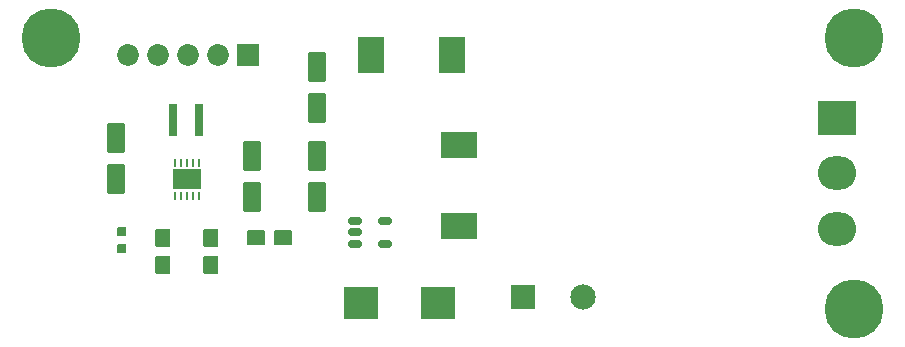
<source format=gbr>
%TF.GenerationSoftware,Altium Limited,Altium Designer,24.0.1 (36)*%
G04 Layer_Color=255*
%FSLAX45Y45*%
%MOMM*%
%TF.SameCoordinates,B6A77970-8F51-4162-B198-D5255F9352F6*%
%TF.FilePolarity,Positive*%
%TF.FileFunction,Pads,Top*%
%TF.Part,Single*%
G01*
G75*
%TA.AperFunction,SMDPad,CuDef*%
%ADD10R,3.12000X2.29000*%
%ADD11R,2.29000X3.12000*%
G04:AMPARAMS|DCode=12|XSize=2.5mm|YSize=1.6mm|CornerRadius=0.12mm|HoleSize=0mm|Usage=FLASHONLY|Rotation=270.000|XOffset=0mm|YOffset=0mm|HoleType=Round|Shape=RoundedRectangle|*
%AMROUNDEDRECTD12*
21,1,2.50000,1.36000,0,0,270.0*
21,1,2.26000,1.60000,0,0,270.0*
1,1,0.24000,-0.68000,-1.13000*
1,1,0.24000,-0.68000,1.13000*
1,1,0.24000,0.68000,1.13000*
1,1,0.24000,0.68000,-1.13000*
%
%ADD12ROUNDEDRECTD12*%
G04:AMPARAMS|DCode=13|XSize=0.6mm|YSize=0.24mm|CornerRadius=0.03mm|HoleSize=0mm|Usage=FLASHONLY|Rotation=270.000|XOffset=0mm|YOffset=0mm|HoleType=Round|Shape=RoundedRectangle|*
%AMROUNDEDRECTD13*
21,1,0.60000,0.18000,0,0,270.0*
21,1,0.54000,0.24000,0,0,270.0*
1,1,0.06000,-0.09000,-0.27000*
1,1,0.06000,-0.09000,0.27000*
1,1,0.06000,0.09000,0.27000*
1,1,0.06000,0.09000,-0.27000*
%
%ADD13ROUNDEDRECTD13*%
G04:AMPARAMS|DCode=14|XSize=1.65mm|YSize=2.4mm|CornerRadius=0.04125mm|HoleSize=0mm|Usage=FLASHONLY|Rotation=270.000|XOffset=0mm|YOffset=0mm|HoleType=Round|Shape=RoundedRectangle|*
%AMROUNDEDRECTD14*
21,1,1.65000,2.31750,0,0,270.0*
21,1,1.56750,2.40000,0,0,270.0*
1,1,0.08250,-1.15875,-0.78375*
1,1,0.08250,-1.15875,0.78375*
1,1,0.08250,1.15875,0.78375*
1,1,0.08250,1.15875,-0.78375*
%
%ADD14ROUNDEDRECTD14*%
G04:AMPARAMS|DCode=15|XSize=1.22mm|YSize=0.6mm|CornerRadius=0.15mm|HoleSize=0mm|Usage=FLASHONLY|Rotation=0.000|XOffset=0mm|YOffset=0mm|HoleType=Round|Shape=RoundedRectangle|*
%AMROUNDEDRECTD15*
21,1,1.22000,0.30000,0,0,0.0*
21,1,0.92000,0.60000,0,0,0.0*
1,1,0.30000,0.46000,-0.15000*
1,1,0.30000,-0.46000,-0.15000*
1,1,0.30000,-0.46000,0.15000*
1,1,0.30000,0.46000,0.15000*
%
%ADD15ROUNDEDRECTD15*%
G04:AMPARAMS|DCode=16|XSize=1.524mm|YSize=1.27mm|CornerRadius=0.09525mm|HoleSize=0mm|Usage=FLASHONLY|Rotation=0.000|XOffset=0mm|YOffset=0mm|HoleType=Round|Shape=RoundedRectangle|*
%AMROUNDEDRECTD16*
21,1,1.52400,1.07950,0,0,0.0*
21,1,1.33350,1.27000,0,0,0.0*
1,1,0.19050,0.66675,-0.53975*
1,1,0.19050,-0.66675,-0.53975*
1,1,0.19050,-0.66675,0.53975*
1,1,0.19050,0.66675,0.53975*
%
%ADD16ROUNDEDRECTD16*%
%ADD17R,3.00000X2.80000*%
%ADD18R,0.80000X2.70000*%
G04:AMPARAMS|DCode=19|XSize=1.524mm|YSize=1.27mm|CornerRadius=0.09525mm|HoleSize=0mm|Usage=FLASHONLY|Rotation=90.000|XOffset=0mm|YOffset=0mm|HoleType=Round|Shape=RoundedRectangle|*
%AMROUNDEDRECTD19*
21,1,1.52400,1.07950,0,0,90.0*
21,1,1.33350,1.27000,0,0,90.0*
1,1,0.19050,0.53975,0.66675*
1,1,0.19050,0.53975,-0.66675*
1,1,0.19050,-0.53975,-0.66675*
1,1,0.19050,-0.53975,0.66675*
%
%ADD19ROUNDEDRECTD19*%
G04:AMPARAMS|DCode=20|XSize=0.762mm|YSize=0.762mm|CornerRadius=0.0381mm|HoleSize=0mm|Usage=FLASHONLY|Rotation=90.000|XOffset=0mm|YOffset=0mm|HoleType=Round|Shape=RoundedRectangle|*
%AMROUNDEDRECTD20*
21,1,0.76200,0.68580,0,0,90.0*
21,1,0.68580,0.76200,0,0,90.0*
1,1,0.07620,0.34290,0.34290*
1,1,0.07620,0.34290,-0.34290*
1,1,0.07620,-0.34290,-0.34290*
1,1,0.07620,-0.34290,0.34290*
%
%ADD20ROUNDEDRECTD20*%
%TA.AperFunction,ComponentPad*%
%ADD26R,3.25000X2.85000*%
%ADD27O,3.25000X2.85000*%
%ADD28C,0.30000*%
%ADD29R,2.15000X2.15000*%
%ADD30C,2.15000*%
%ADD31C,5.00000*%
%ADD32C,1.85000*%
%ADD33R,1.85000X1.85000*%
D10*
X3800000Y1057000D02*
D03*
Y1743000D02*
D03*
D11*
X3057000Y2500000D02*
D03*
X3743000D02*
D03*
D12*
X2600000Y2400000D02*
D03*
Y2050000D02*
D03*
Y1650000D02*
D03*
Y1300000D02*
D03*
X2050000Y1300000D02*
D03*
Y1650000D02*
D03*
X900000Y1800000D02*
D03*
Y1450000D02*
D03*
D13*
X1600000Y1590000D02*
D03*
X1550000D02*
D03*
X1500000D02*
D03*
X1450000D02*
D03*
X1400000D02*
D03*
Y1310000D02*
D03*
X1450000D02*
D03*
X1500000D02*
D03*
X1550000D02*
D03*
X1600000D02*
D03*
D14*
X1500000Y1450000D02*
D03*
D15*
X3174500Y1095000D02*
D03*
Y905000D02*
D03*
X2925500D02*
D03*
Y1000000D02*
D03*
Y1095000D02*
D03*
D16*
X2314300Y950000D02*
D03*
X2085700D02*
D03*
D17*
X2975000Y400000D02*
D03*
X3625000D02*
D03*
D18*
X1600000Y1950000D02*
D03*
X1380000D02*
D03*
D19*
X1300000Y950000D02*
D03*
Y721400D02*
D03*
X1700000D02*
D03*
Y950000D02*
D03*
D20*
X950000Y860300D02*
D03*
Y1000000D02*
D03*
D26*
X7000000Y1970000D02*
D03*
D27*
Y1500000D02*
D03*
Y1030000D02*
D03*
D28*
X1405000Y1450000D02*
D03*
X1500000Y1507500D02*
D03*
Y1392500D02*
D03*
X1595000Y1450000D02*
D03*
D29*
X4346000Y450000D02*
D03*
D30*
X4854000D02*
D03*
D31*
X350000Y2650000D02*
D03*
X7150000Y350000D02*
D03*
Y2650000D02*
D03*
D32*
X1000000Y2500000D02*
D03*
X1762000D02*
D03*
X1508000D02*
D03*
X1254000D02*
D03*
D33*
X2016000D02*
D03*
%TF.MD5,ed18b38ffbb52c8fe33e6a8317fd838a*%
M02*

</source>
